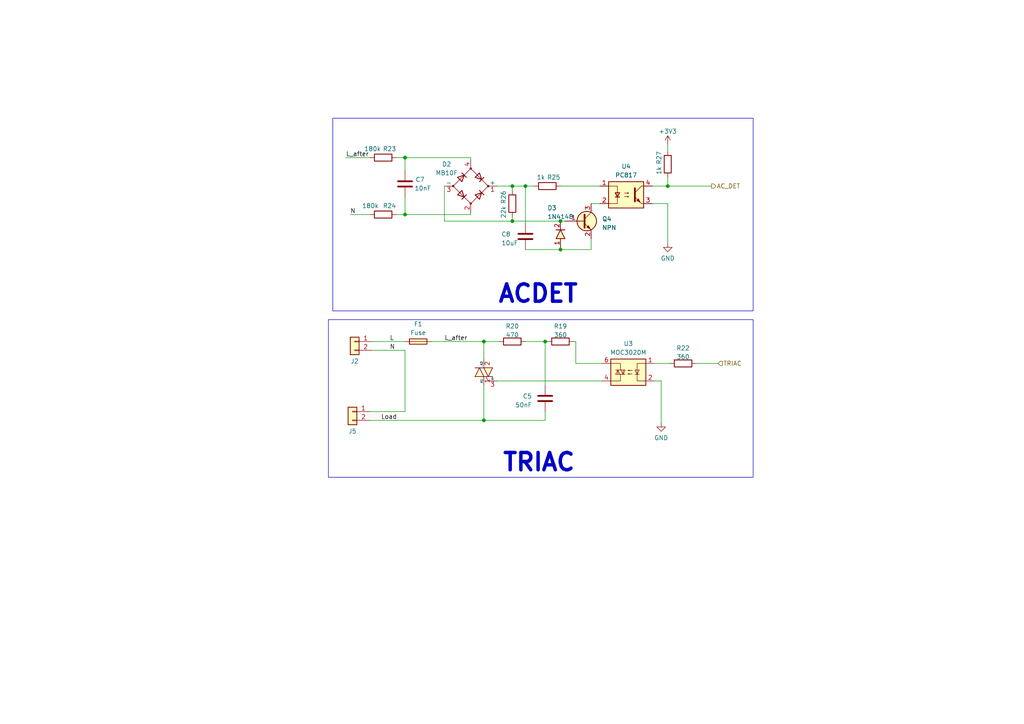
<source format=kicad_sch>
(kicad_sch (version 20230121) (generator eeschema)
  (paper "A4")
  (lib_symbols
    (symbol "Connector_Generic:Conn_01x02" (pin_names (offset 1.016) hide)
      (property "Reference" "J" (at 0 2.54 0))
      (property "Value" "Conn_01x02" (at 0 -5.08 0))
      (symbol "Conn_01x02_1_1"
        (rectangle (start -1.27 -2.413) (end 0 -2.667) (stroke (width 0.1524)))
        (rectangle (start -1.27 0.127) (end 0 -0.127) (stroke (width 0.1524)))
        (rectangle (start -1.27 1.27) (end 1.27 -3.81) (stroke (width 0.254)) (fill (type background)))
        (pin passive line (at -5.08 0 0) (length 3.81) (name "Pin_1") (number "1"))
        (pin passive line (at -5.08 -2.54 0) (length 3.81) (name "Pin_2") (number "2"))
      )
    )
    (symbol "Device:C" (pin_numbers hide) (pin_names (offset 0.254))
      (property "Reference" "C" (at 0.635 2.54 0))
      (property "Value" "C" (at 0.635 -2.54 0))
      (symbol "C_0_1"
        (polyline (pts (xy -2.032 -0.762) (xy 2.032 -0.762)) (stroke (width 0.508)))
        (polyline (pts (xy -2.032 0.762) (xy 2.032 0.762)) (stroke (width 0.508)))
      )
      (symbol "C_1_1"
        (pin passive line (at 0 3.81 270) (length 2.794) (name "~") (number "1"))
        (pin passive line (at 0 -3.81 90) (length 2.794) (name "~") (number "2"))
      )
    )
    (symbol "Device:D_Bridge_+A-A" (pin_names (offset 0))
      (property "Reference" "D" (at 2.54 6.985 0))
      (property "Value" "D_Bridge_+A-A" (at 2.54 5.08 0))
      (symbol "D_Bridge_+A-A_0_1"
        (circle (center -5.08 0) (radius 0.254) (fill (type outline)))
        (circle (center 0 -5.08) (radius 0.254) (fill (type outline)))
        (polyline (pts (xy -2.54 3.81) (xy -1.27 2.54)) (stroke (width 0.254)))
        (polyline (pts (xy -1.27 -2.54) (xy -2.54 -3.81)) (stroke (width 0.254)))
        (polyline (pts (xy 2.54 -1.27) (xy 3.81 -2.54)) (stroke (width 0.254)))
        (polyline (pts (xy 2.54 1.27) (xy 3.81 2.54)) (stroke (width 0.254)))
        (polyline (pts (xy -3.81 2.54) (xy -2.54 1.27) (xy -1.905 3.175) (xy -3.81 2.54)) (stroke (width 0.254)))
        (polyline (pts (xy -2.54 -1.27) (xy -3.81 -2.54) (xy -1.905 -3.175) (xy -2.54 -1.27)) (stroke (width 0.254)))
        (polyline (pts (xy 1.27 2.54) (xy 2.54 3.81) (xy 3.175 1.905) (xy 1.27 2.54)) (stroke (width 0.254)))
        (polyline (pts (xy 3.175 -1.905) (xy 1.27 -2.54) (xy 2.54 -3.81) (xy 3.175 -1.905)) (stroke (width 0.254)))
        (polyline (pts (xy -5.08 0) (xy 0 -5.08) (xy 5.08 0) (xy 0 5.08) (xy -5.08 0)))
        (circle (center 0 5.08) (radius 0.254) (fill (type outline)))
        (circle (center 5.08 0) (radius 0.254) (fill (type outline)))
      )
      (symbol "D_Bridge_+A-A_1_1"
        (pin passive line (at 7.62 0 180) (length 2.54) (name "+") (number "1"))
        (pin passive line (at 0 -7.62 90) (length 2.54) (name "~") (number "2"))
        (pin passive line (at -7.62 0 0) (length 2.54) (name "-") (number "3"))
        (pin passive line (at 0 7.62 270) (length 2.54) (name "~") (number "4"))
      )
    )
    (symbol "Device:R" (pin_numbers hide) (pin_names (offset 0))
      (property "Reference" "R" (at 2.032 0 90))
      (property "Value" "R" (at 0 0 90))
      (symbol "R_0_1"
        (rectangle (start -1.016 -2.54) (end 1.016 2.54) (stroke (width 0.254)))
      )
      (symbol "R_1_1"
        (pin passive line (at 0 3.81 270) (length 1.27) (name "~") (number "1"))
        (pin passive line (at 0 -3.81 90) (length 1.27) (name "~") (number "2"))
      )
    )
    (symbol "GND_4" (power) (pin_names (offset 0))
      (property "Value" "GND_4" (at 0 -3.81 0))
      (symbol "GND_4_0_1"
        (polyline (pts (xy 0 0) (xy 0 -1.27) (xy 1.27 -1.27) (xy 0 -2.54) (xy -1.27 -1.27) (xy 0 -1.27)))
      )
      (symbol "GND_4_1_1"
        (pin power_in line (at 0 0 270) (length 0) hide (name "GND") (number "1"))
      )
    )
    (symbol "GND_7" (power) (pin_names (offset 0))
      (property "Value" "GND_7" (at 0 -3.81 0))
      (symbol "GND_7_0_1"
        (polyline (pts (xy 0 0) (xy 0 -1.27) (xy 1.27 -1.27) (xy 0 -2.54) (xy -1.27 -1.27) (xy 0 -1.27)))
      )
      (symbol "GND_7_1_1"
        (pin power_in line (at 0 0 270) (length 0) hide (name "GND") (number "1"))
      )
    )
    (symbol "IVS_SYMBOLS:D_Diode"
      (property "Reference" "D" (at 0 2.54 0))
      (property "Value" "D_Diode" (at 0 -2.54 0))
      (symbol "D_Diode_0_1"
        (polyline (pts (xy 0 1.27) (xy 0 -1.27)) (stroke (width 0.254)))
        (polyline (pts (xy 2.54 1.27) (xy 2.54 -1.27) (xy 0 0) (xy 2.54 1.27)) (stroke (width 0.254)) (fill (type background)))
      )
      (symbol "D_Diode_1_1"
        (pin passive line (at 5.08 0 180) (length 2.54) (name "") (number "1"))
        (pin passive line (at -2.54 0 0) (length 2.54) (name "") (number "2"))
      )
    )
    (symbol "IVS_SYMBOLS:Fuse" (pin_numbers hide) (pin_names (offset 0))
      (property "Reference" "F" (at 0 2.032 0))
      (property "Value" "Fuse" (at 0 -1.905 0))
      (symbol "Fuse_0_1"
        (polyline (pts (xy -2.54 0) (xy 2.54 0)))
      )
      (symbol "Fuse_1_1"
        (rectangle (start -2.54 0.762) (end 2.54 -0.762) (stroke (width 0.254)) (fill (type background)))
        (pin passive line (at -3.81 0 0) (length 1.27) (name "~") (number "1"))
        (pin passive line (at 3.81 0 180) (length 1.27) (name "~") (number "2"))
      )
    )
    (symbol "IVS_SYMBOLS:NPN" (pin_names (offset 0) hide)
      (property "Reference" "Q" (at 5.08 1.905 0))
      (property "Value" "NPN" (at 5.08 0 0))
      (symbol "NPN_0_1"
        (polyline (pts (xy 0 0) (xy 0.635 0)))
        (polyline (pts (xy 0.635 0.635) (xy 2.54 2.54)))
        (polyline (pts (xy 0.635 -0.635) (xy 2.54 -2.54) (xy 2.54 -2.54)))
        (polyline (pts (xy 0.635 1.905) (xy 0.635 -1.905) (xy 0.635 -1.905)) (stroke (width 0.508)))
        (polyline (pts (xy 1.27 -1.778) (xy 1.778 -1.27) (xy 2.286 -2.286) (xy 1.27 -1.778) (xy 1.27 -1.778)) (fill (type outline)))
        (circle (center 1.27 0) (radius 2.8194) (stroke (width 0.254)) (fill (type background)))
      )
      (symbol "NPN_1_1"
        (pin input line (at -5.08 0 0) (length 5.08) (name "B") (number "1"))
        (pin passive line (at 2.54 -5.08 90) (length 2.54) (name "E") (number "2"))
        (pin passive line (at 2.54 5.08 270) (length 2.54) (name "C") (number "3"))
      )
    )
    (symbol "IVS_SYMBOLS:Triac" (pin_names (offset 0))
      (property "Reference" "D" (at 3.175 0.635 0))
      (property "Value" "TRIAC" (at 3.175 -1.27 0))
      (symbol "Triac_0_1"
        (polyline (pts (xy -2.54 -1.27) (xy 2.54 -1.27)) (stroke (width 0.2032)))
        (polyline (pts (xy -2.54 1.27) (xy 2.54 1.27)) (stroke (width 0.2032)))
        (polyline (pts (xy -1.27 -2.54) (xy -0.635 -1.27)))
      )
      (symbol "Triac_1_1"
        (polyline (pts (xy -2.54 1.27) (xy -1.27 -1.27) (xy 0 1.27)) (stroke (width 0.2032)) (fill (type background)))
        (polyline (pts (xy 0 -1.27) (xy 1.27 1.27) (xy 2.54 -1.27)) (stroke (width 0.2032)) (fill (type background)))
        (pin passive line (at 0 -3.81 90) (length 2.54) (name "A1") (number "1"))
        (pin passive line (at 0 3.81 270) (length 2.54) (name "A2") (number "2"))
        (pin input line (at -3.81 -2.54 0) (length 2.54) (name "G") (number "3"))
      )
    )
    (symbol "Isolator:EL817" (pin_names (offset 1.016))
      (property "Reference" "U" (at -5.08 5.08 0))
      (property "Value" "EL817" (at 0 5.08 0))
      (symbol "EL817_0_1"
        (rectangle (start -5.08 3.81) (end 5.08 -3.81) (stroke (width 0.254)) (fill (type background)))
        (polyline (pts (xy -3.175 -0.635) (xy -1.905 -0.635)) (stroke (width 0.254)))
        (polyline (pts (xy 2.54 0.635) (xy 4.445 2.54)))
        (polyline (pts (xy 4.445 -2.54) (xy 2.54 -0.635)) (fill (type outline)))
        (polyline (pts (xy 4.445 -2.54) (xy 5.08 -2.54)))
        (polyline (pts (xy 4.445 2.54) (xy 5.08 2.54)))
        (polyline (pts (xy -5.08 2.54) (xy -2.54 2.54) (xy -2.54 -0.635)))
        (polyline (pts (xy -2.54 -0.635) (xy -2.54 -2.54) (xy -5.08 -2.54)))
        (polyline (pts (xy 2.54 1.905) (xy 2.54 -1.905) (xy 2.54 -1.905)) (stroke (width 0.508)))
        (polyline (pts (xy -2.54 -0.635) (xy -3.175 0.635) (xy -1.905 0.635) (xy -2.54 -0.635)) (stroke (width 0.254)))
        (polyline (pts (xy -0.508 -0.508) (xy 0.762 -0.508) (xy 0.381 -0.635) (xy 0.381 -0.381) (xy 0.762 -0.508)))
        (polyline (pts (xy -0.508 0.508) (xy 0.762 0.508) (xy 0.381 0.381) (xy 0.381 0.635) (xy 0.762 0.508)))
        (polyline (pts (xy 3.048 -1.651) (xy 3.556 -1.143) (xy 4.064 -2.159) (xy 3.048 -1.651) (xy 3.048 -1.651)) (fill (type outline)))
      )
      (symbol "EL817_1_1"
        (pin passive line (at -7.62 2.54 0) (length 2.54) (name "~") (number "1"))
        (pin passive line (at -7.62 -2.54 0) (length 2.54) (name "~") (number "2"))
        (pin passive line (at 7.62 -2.54 180) (length 2.54) (name "~") (number "3"))
        (pin passive line (at 7.62 2.54 180) (length 2.54) (name "~") (number "4"))
      )
    )
    (symbol "Relay_SolidState:MOC3020M"
      (property "Reference" "U" (at -5.334 4.826 0))
      (property "Value" "MOC3020M" (at 0 5.08 0))
      (symbol "MOC3020M_0_1"
        (rectangle (start -5.08 3.81) (end 5.08 -3.81) (stroke (width 0.254)) (fill (type background)))
        (polyline (pts (xy -3.175 -0.635) (xy -1.905 -0.635)))
        (polyline (pts (xy 1.524 -0.635) (xy 1.524 0.635)))
        (polyline (pts (xy 3.048 0.635) (xy 3.048 -0.635)))
        (polyline (pts (xy 2.286 -0.635) (xy 2.286 -2.54) (xy 5.08 -2.54)))
        (polyline (pts (xy 2.286 0.635) (xy 2.286 2.54) (xy 5.08 2.54)))
        (polyline (pts (xy -5.08 2.54) (xy -2.54 2.54) (xy -2.54 -2.54) (xy -5.08 -2.54)))
        (polyline (pts (xy -2.54 -0.635) (xy -3.175 0.635) (xy -1.905 0.635) (xy -2.54 -0.635)))
        (polyline (pts (xy 0.889 -0.635) (xy 3.683 -0.635) (xy 3.048 0.635) (xy 2.413 -0.635)))
        (polyline (pts (xy 3.683 0.635) (xy 0.889 0.635) (xy 1.524 -0.635) (xy 2.159 0.635)))
        (polyline (pts (xy -1.143 -0.508) (xy 0.127 -0.508) (xy -0.254 -0.635) (xy -0.254 -0.381) (xy 0.127 -0.508)))
        (polyline (pts (xy -1.143 0.508) (xy 0.127 0.508) (xy -0.254 0.381) (xy -0.254 0.635) (xy 0.127 0.508)))
      )
      (symbol "MOC3020M_1_1"
        (pin passive line (at -7.62 2.54 0) (length 2.54) (name "~") (number "1"))
        (pin passive line (at -7.62 -2.54 0) (length 2.54) (name "~") (number "2"))
        (pin no_connect line (at -5.08 0 0) (length 2.54) hide (name "NC") (number "3"))
        (pin passive line (at 7.62 -2.54 180) (length 2.54) (name "~") (number "4"))
        (pin no_connect line (at 5.08 0 180) (length 2.54) hide (name "NC") (number "5"))
        (pin passive line (at 7.62 2.54 180) (length 2.54) (name "~") (number "6"))
      )
    )
    (symbol "power:+3V3" (power) (pin_names (offset 0))
      (property "Value" "+3V3" (at 0 3.556 0))
      (symbol "+3V3_0_1"
        (polyline (pts (xy -0.762 1.27) (xy 0 2.54)))
        (polyline (pts (xy 0 0) (xy 0 2.54)))
        (polyline (pts (xy 0 2.54) (xy 0.762 1.27)))
      )
      (symbol "+3V3_1_1"
        (pin power_in line (at 0 0 90) (length 0) hide (name "+3V3") (number "1"))
      )
    )
  )
  (junction (at 148.59 64.135))
  (junction (at 162.56 64.135))
  (junction (at 140.335 99.06))
  (junction (at 117.475 45.72))
  (junction (at 152.4 53.975))
  (junction (at 193.675 53.975))
  (junction (at 148.59 53.975))
  (junction (at 162.56 72.39))
  (junction (at 117.475 62.23))
  (junction (at 158.115 99.06))
  (junction (at 140.335 121.92))
  (wire (pts (xy 107.315 121.92) (xy 140.335 121.92)))
  (wire (pts (xy 162.56 72.39) (xy 162.56 71.755)))
  (wire (pts (xy 148.59 64.135) (xy 162.56 64.135)))
  (wire (pts (xy 162.56 64.135) (xy 163.83 64.135)))
  (wire (pts (xy 117.475 101.6) (xy 117.475 119.38)))
  (wire (pts (xy 136.525 62.23) (xy 117.475 62.23)))
  (wire (pts (xy 193.675 53.975) (xy 189.23 53.975)))
  (wire (pts (xy 167.005 99.06) (xy 167.005 105.41)))
  (wire (pts (xy 167.005 105.41) (xy 174.625 105.41)))
  (wire (pts (xy 189.23 59.055) (xy 193.675 59.055)))
  (wire (pts (xy 140.335 111.76) (xy 140.335 121.92)))
  (wire (pts (xy 128.905 53.975) (xy 128.905 64.135)))
  (wire (pts (xy 191.77 110.49) (xy 191.77 122.555)))
  (wire (pts (xy 117.475 62.23) (xy 114.935 62.23)))
  (wire (pts (xy 117.475 45.72) (xy 117.475 49.53)))
  (wire (pts (xy 148.59 53.975) (xy 152.4 53.975)))
  (wire (pts (xy 174.625 110.49) (xy 144.145 110.49)))
  (wire (pts (xy 136.525 61.595) (xy 136.525 62.23)))
  (wire (pts (xy 194.31 105.41) (xy 189.865 105.41)))
  (wire (pts (xy 158.115 99.06) (xy 152.4 99.06)))
  (wire (pts (xy 158.75 99.06) (xy 158.115 99.06)))
  (wire (pts (xy 117.475 45.72) (xy 136.525 45.72)))
  (wire (pts (xy 107.315 45.72) (xy 100.33 45.72)))
  (wire (pts (xy 167.005 99.06) (xy 166.37 99.06)))
  (wire (pts (xy 136.525 45.72) (xy 136.525 46.355)))
  (wire (pts (xy 144.145 53.975) (xy 148.59 53.975)))
  (wire (pts (xy 171.45 69.215) (xy 171.45 72.39)))
  (wire (pts (xy 152.4 64.77) (xy 152.4 53.975)))
  (wire (pts (xy 114.935 45.72) (xy 117.475 45.72)))
  (wire (pts (xy 171.45 72.39) (xy 162.56 72.39)))
  (wire (pts (xy 173.99 59.055) (xy 171.45 59.055)))
  (wire (pts (xy 193.675 59.055) (xy 193.675 70.485)))
  (wire (pts (xy 193.675 51.435) (xy 193.675 53.975)))
  (wire (pts (xy 162.56 53.975) (xy 173.99 53.975)))
  (wire (pts (xy 158.115 99.06) (xy 158.115 111.76)))
  (wire (pts (xy 193.675 41.91) (xy 193.675 43.815)))
  (wire (pts (xy 125.095 99.06) (xy 140.335 99.06)))
  (wire (pts (xy 128.905 64.135) (xy 148.59 64.135)))
  (wire (pts (xy 140.335 99.06) (xy 144.78 99.06)))
  (wire (pts (xy 152.4 72.39) (xy 162.56 72.39)))
  (wire (pts (xy 158.115 119.38) (xy 158.115 121.92)))
  (wire (pts (xy 152.4 53.975) (xy 154.94 53.975)))
  (wire (pts (xy 107.95 99.06) (xy 117.475 99.06)))
  (wire (pts (xy 148.59 62.865) (xy 148.59 64.135)))
  (wire (pts (xy 140.335 99.06) (xy 140.335 104.14)))
  (wire (pts (xy 117.475 57.15) (xy 117.475 62.23)))
  (wire (pts (xy 201.93 105.41) (xy 208.28 105.41)))
  (wire (pts (xy 191.77 110.49) (xy 189.865 110.49)))
  (wire (pts (xy 107.315 119.38) (xy 117.475 119.38)))
  (wire (pts (xy 101.6 62.23) (xy 107.315 62.23)))
  (wire (pts (xy 148.59 53.975) (xy 148.59 55.245)))
  (wire (pts (xy 193.675 53.975) (xy 206.375 53.975)))
  (wire (pts (xy 107.95 101.6) (xy 117.475 101.6)))
  (wire (pts (xy 158.115 121.92) (xy 140.335 121.92)))
  (rectangle (start 95.25 92.71) (end 218.44 138.43))
  (rectangle (start 96.52 34.29) (end 218.44 90.17))
  (text "ACDET" (at 144.145 88.265 0) (effects (font (size 5 5) bold) (justify left bottom)))
  (text "TRIAC" (at 145.415 137.16 0) (effects (font (size 5 5) bold) (justify left bottom)))
  (label "Load" (at 110.49 121.92 0))
  (label "N" (at 101.6 62.23 0))
  (label "L" (at 113.03 99.06 0))
  (label "L_after" (at 100.33 45.72 0))
  (label "N" (at 113.03 101.6 0))
  (label "L_after" (at 128.905 99.06 0))
  (hierarchical_label "AC_DET" (shape output) (at 206.375 53.975 0))
  (hierarchical_label "TRIAC" (shape input) (at 208.28 105.41 0))
  (symbol (lib_name "GND_7") (lib_id "power:GND") (at 191.77 122.555 0) (unit 1)
    (property "Reference" "#PWR012" (effects hide))
    (property "Value" "GND" (at 191.77 127 0))
  )
  (symbol (lib_id "power:+3V3") (at 193.675 41.91 0) (unit 1)
    (property "Reference" "#PWR014" (effects hide))
    (property "Value" "+3V3" (at 193.675 38.1 0))
    (instances (project "DO_AN_DKTD" (path "" (reference "#PWR014") (unit 1)) (path "" (reference "#PWR013") (unit 1)) (path "" (reference "#PWR013") (unit 1))))
  )
  (symbol (lib_id "Device:R") (at 158.75 53.975 270) (mirror x) (unit 1)
    (property "Reference" "R25" (at 162.56 51.435 90) (effects (justify right)))
    (property "Value" "1k" (at 158.115 51.435 90) (effects (justify right)))
    (property "Footprint" "IVS_FOOTPRINTS:R_0603" (effects hide))
    (instances (project "DO_AN_DKTD" (path "" (reference "R25") (unit 1)) (path "" (reference "R22") (unit 1)) (path "" (reference "R22") (unit 1))))
  )
  (symbol (lib_id "Device:R") (at 111.125 45.72 270) (mirror x) (unit 1)
    (property "Reference" "R23" (at 114.935 43.18 90) (effects (justify right)))
    (property "Value" "180k" (at 110.49 43.18 90) (effects (justify right)))
    (property "Footprint" "IVS_FOOTPRINTS:R_0603" (effects hide))
    (instances (project "DO_AN_DKTD" (path "" (reference "R23") (unit 1)) (path "" (reference "R6") (unit 1)) (path "" (reference "R6") (unit 1))))
  )
  (symbol (lib_id "Device:C") (at 152.4 68.58 0) (mirror y) (unit 1)
    (property "Reference" "C8" (at 145.415 67.945 0) (effects (justify right)))
    (property "Value" "10uF" (at 145.415 70.485 0) (effects (justify right)))
    (property "Footprint" "IVS_FOOTPRINTS:C_0603" (effects hide))
    (instances (project "DO_AN_DKTD" (path "" (reference "C8") (unit 1)) (path "" (reference "C7") (unit 1)) (path "" (reference "C7") (unit 1))))
  )
  (symbol (lib_id "IVS_SYMBOLS:Fuse") (at 121.285 99.06 180) (unit 1)
    (property "Reference" "F1" (at 121.285 93.98 0))
    (property "Value" "Fuse" (at 121.285 96.52 0))
    (property "Footprint" "IVS_FOOTPRINTS:Fuseholder_Littelfuse_Nano2_154x" (effects hide))
  )
  (symbol (lib_id "Device:R") (at 111.125 62.23 270) (mirror x) (unit 1)
    (property "Reference" "R24" (at 114.935 59.69 90) (effects (justify right)))
    (property "Value" "180k" (at 109.855 59.69 90) (effects (justify right)))
    (property "Footprint" "IVS_FOOTPRINTS:R_0603" (effects hide))
    (instances (project "DO_AN_DKTD" (path "" (reference "R24") (unit 1)) (path "" (reference "R9") (unit 1)) (path "" (reference "R9") (unit 1))))
  )
  (symbol (lib_id "IVS_SYMBOLS:Triac") (at 140.335 107.95 0) (mirror y) (unit 1)
    (property "Reference" "D1" (effects hide))
    (property "Value" "TRIAC" (effects hide))
    (property "Footprint" "IVS_FOOTPRINTS:TO-220-3_Vertical" (effects hide))
    (property "Datasheet" "https://www.st.com/resource/en/datasheet/bta12.pdf" (effects hide))
    (instances (project "DO_AN_DKTD" (path "" (reference "D1") (unit 1)) (path "" (reference "D2") (unit 1)) (path "" (reference "D2") (unit 1))))
  )
  (symbol (lib_id "Device:C") (at 117.475 53.34 0) (mirror y) (unit 1)
    (property "Reference" "C7" (at 123.19 52.07 0) (effects (justify left)))
    (property "Value" "10nF" (at 125.095 54.61 0) (effects (justify left)))
    (property "Footprint" "IVS_FOOTPRINTS:C_0603" (effects hide))
    (instances (project "DO_AN_DKTD" (path "" (reference "C7") (unit 1)) (path "" (reference "C5") (unit 1)) (path "" (reference "C5") (unit 1))))
  )
  (symbol (lib_id "IVS_SYMBOLS:NPN") (at 168.91 64.135 0) (unit 1)
    (property "Reference" "Q4" (at 174.625 63.5 0) (effects (justify left)))
    (property "Value" "NPN" (at 174.625 66.04 0) (effects (justify left)))
    (property "Footprint" "IVS_FOOTPRINTS:SOT23-3" (effects hide))
    (property "Datasheet" "https://www.onsemi.com/pdf/datasheet/mmbt3904lt1-d.pdf" (effects hide))
  )
  (symbol (lib_id "Connector_Generic:Conn_01x02") (at 102.235 119.38 0) (mirror y) (unit 1)
    (property "Reference" "J5" (at 102.235 125.095 0))
    (property "Value" "Conn_01x02" (effects hide))
    (property "Footprint" "IVS_FOOTPRINTS:KF128-5.0-2P" (effects hide))
    (instances (project "DO_AN_DKTD" (path "" (reference "J5") (unit 1)) (path "" (reference "J2") (unit 1)) (path "" (reference "J2") (unit 1))))
  )
  (symbol (lib_id "Connector_Generic:Conn_01x02") (at 102.87 99.06 0) (mirror y) (unit 1)
    (property "Reference" "J2" (at 102.87 104.775 0))
    (property "Value" "Conn_01x02" (effects hide))
    (property "Footprint" "IVS_FOOTPRINTS:KF128-5.0-2P" (effects hide))
    (instances (project "DO_AN_DKTD" (path "" (reference "J2") (unit 1)) (path "" (reference "J5") (unit 1)) (path "" (reference "J5") (unit 1))))
  )
  (symbol (lib_id "Device:R") (at 198.12 105.41 270) (mirror x) (unit 1)
    (property "Reference" "R22" (at 198.12 100.965 90))
    (property "Value" "360" (at 198.12 103.505 90))
    (property "Footprint" "IVS_FOOTPRINTS:R_0603" (effects hide))
    (instances (project "DO_AN_DKTD" (path "" (reference "R22") (unit 1)) (path "" (reference "R25") (unit 1)) (path "" (reference "R25") (unit 1))))
  )
  (symbol (lib_id "Device:R") (at 148.59 59.055 0) (mirror y) (unit 1)
    (property "Reference" "R26" (at 146.05 55.245 90) (effects (justify right)))
    (property "Value" "22k" (at 146.05 59.69 90) (effects (justify right)))
    (property "Footprint" "IVS_FOOTPRINTS:R_0603" (effects hide))
    (instances (project "DO_AN_DKTD" (path "" (reference "R26") (unit 1)) (path "" (reference "R21") (unit 1)) (path "" (reference "R20") (unit 1))))
  )
  (symbol (lib_id "IVS_SYMBOLS:D_Diode") (at 162.56 66.675 270) (unit 1)
    (property "Reference" "D3" (at 158.75 60.325 90) (effects (justify left)))
    (property "Value" "1N4148" (at 158.75 62.865 90) (effects (justify left)))
    (property "Footprint" "IVS_FOOTPRINTS:D_SOD323" (effects hide))
  )
  (symbol (lib_name "GND_4") (lib_id "power:GND") (at 193.675 70.485 0) (unit 1)
    (property "Reference" "#PWR013" (effects hide))
    (property "Value" "GND" (at 193.675 74.93 0))
    (instances (project "DO_AN_DKTD" (path "" (reference "#PWR013") (unit 1)) (path "" (reference "#PWR014") (unit 1)) (path "" (reference "#PWR014") (unit 1))))
  )
  (symbol (lib_id "Device:R") (at 148.59 99.06 270) (mirror x) (unit 1)
    (property "Reference" "R20" (at 148.59 94.615 90))
    (property "Value" "470" (at 148.59 97.155 90))
    (property "Footprint" "IVS_FOOTPRINTS:R_0603" (effects hide))
    (instances (project "DO_AN_DKTD" (path "" (reference "R20") (unit 1)) (path "" (reference "R20") (unit 1)) (path "" (reference "R21") (unit 1))))
  )
  (symbol (lib_id "Device:R") (at 193.675 47.625 0) (mirror y) (unit 1)
    (property "Reference" "R27" (at 191.135 43.815 90) (effects (justify right)))
    (property "Value" "1k" (at 191.135 48.26 90) (effects (justify right)))
    (property "Footprint" "IVS_FOOTPRINTS:R_0603" (effects hide))
    (instances (project "DO_AN_DKTD" (path "" (reference "R27") (unit 1)) (path "" (reference "R24") (unit 1)) (path "" (reference "R24") (unit 1))))
  )
  (symbol (lib_id "Isolator:EL817") (at 181.61 56.515 0) (unit 1)
    (property "Reference" "U4" (at 181.61 48.26 0))
    (property "Value" "PC817" (at 181.61 50.8 0))
    (property "Footprint" "IVS_FOOTPRINTS:OPTO_SOT254P975X400-4N" (effects hide))
    (property "Datasheet" "http://www.everlight.com/file/ProductFile/EL817.pdf" (effects hide))
    (instances (project "DO_AN_DKTD" (path "" (reference "U4") (unit 1)) (path "" (reference "U3") (unit 1)) (path "" (reference "U3") (unit 1))))
  )
  (symbol (lib_id "Device:D_Bridge_+A-A") (at 136.525 53.975 0) (unit 1)
    (property "Reference" "D2" (at 129.54 47.625 0))
    (property "Value" "MB10F" (at 129.54 50.165 0))
    (property "Footprint" "IVS_FOOTPRINTS:DiodeBridge_MB10F-13AQ" (effects hide))
    (instances (project "DO_AN_DKTD" (path "" (reference "D2") (unit 1)) (path "" (reference "D1") (unit 1)) (path "" (reference "D1") (unit 1))))
  )
  (symbol (lib_id "Device:R") (at 162.56 99.06 270) (mirror x) (unit 1)
    (property "Reference" "R19" (at 162.56 94.615 90))
    (property "Value" "360" (at 162.56 97.155 90))
    (property "Footprint" "IVS_FOOTPRINTS:R_0805" (effects hide))
    (instances (project "DO_AN_DKTD" (path "" (reference "R19") (unit 1)) (path "" (reference "R23") (unit 1)) (path "" (reference "R23") (unit 1))))
  )
  (symbol (lib_id "Relay_SolidState:MOC3020M") (at 182.245 107.95 0) (mirror y) (unit 1)
    (property "Reference" "U3" (at 182.245 99.695 0))
    (property "Value" "MOC3020M" (at 182.245 102.235 0))
    (property "Footprint" "IVS_FOOTPRINTS:DIL06-E" (effects hide))
    (property "Datasheet" "https://www.onsemi.com/pub/Collateral/MOC3023M-D.PDF" (effects hide))
    (instances (project "DO_AN_DKTD" (path "" (reference "U3") (unit 1)) (path "" (reference "U4") (unit 1)) (path "" (reference "U4") (unit 1))))
  )
  (symbol (lib_id "Device:C") (at 158.115 115.57 0) (mirror y) (unit 1)
    (property "Reference" "C5" (at 154.305 114.935 0) (effects (justify left)))
    (property "Value" "50nF" (at 154.305 117.475 0) (effects (justify left)))
    (property "Footprint" "IVS_FOOTPRINTS:C_0603" (effects hide))
    (instances (project "DO_AN_DKTD" (path "" (reference "C5") (unit 1)) (path "" (reference "C8") (unit 1)) (path "" (reference "C8") (unit 1))))
  )
)
</source>
